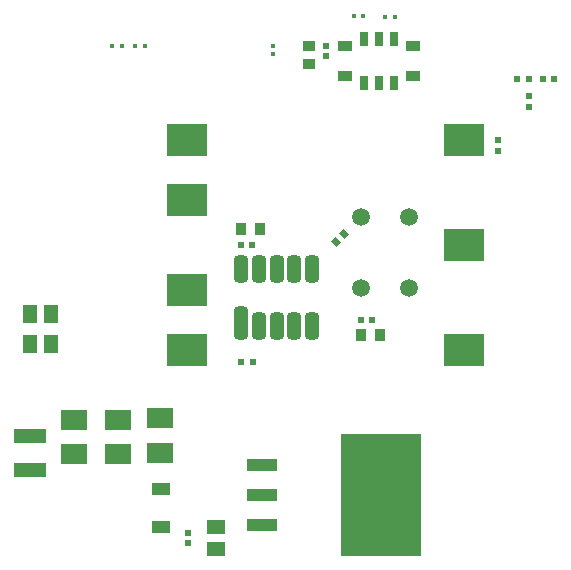
<source format=gtp>
G04*
G04 #@! TF.GenerationSoftware,Altium Limited,Altium Designer,24.4.1 (13)*
G04*
G04 Layer_Color=8421504*
%FSLAX44Y44*%
%MOMM*%
G71*
G04*
G04 #@! TF.SameCoordinates,AA0413A5-1E47-4C41-8310-78C86749A844*
G04*
G04*
G04 #@! TF.FilePolarity,Positive*
G04*
G01*
G75*
%ADD18R,0.5000X0.6000*%
%ADD19R,0.6000X0.5000*%
G04:AMPARAMS|DCode=20|XSize=0.5mm|YSize=0.6mm|CornerRadius=0mm|HoleSize=0mm|Usage=FLASHONLY|Rotation=225.000|XOffset=0mm|YOffset=0mm|HoleType=Round|Shape=Rectangle|*
%AMROTATEDRECTD20*
4,1,4,-0.0354,0.3889,0.3889,-0.0354,0.0354,-0.3889,-0.3889,0.0354,-0.0354,0.3889,0.0*
%
%ADD20ROTATEDRECTD20*%

%ADD21R,2.5500X1.0500*%
%ADD22R,6.9000X10.4500*%
%ADD23R,1.5000X1.0000*%
%ADD24R,0.4500X0.4500*%
%ADD25R,1.2500X0.8500*%
%ADD26R,0.6500X1.2500*%
G04:AMPARAMS|DCode=27|XSize=2.3mm|YSize=1.2mm|CornerRadius=0.36mm|HoleSize=0mm|Usage=FLASHONLY|Rotation=90.000|XOffset=0mm|YOffset=0mm|HoleType=Round|Shape=RoundedRectangle|*
%AMROUNDEDRECTD27*
21,1,2.3000,0.4800,0,0,90.0*
21,1,1.5800,1.2000,0,0,90.0*
1,1,0.7200,0.2400,0.7900*
1,1,0.7200,0.2400,-0.7900*
1,1,0.7200,-0.2400,-0.7900*
1,1,0.7200,-0.2400,0.7900*
%
%ADD27ROUNDEDRECTD27*%
G04:AMPARAMS|DCode=28|XSize=2.8mm|YSize=1.2mm|CornerRadius=0.36mm|HoleSize=0mm|Usage=FLASHONLY|Rotation=90.000|XOffset=0mm|YOffset=0mm|HoleType=Round|Shape=RoundedRectangle|*
%AMROUNDEDRECTD28*
21,1,2.8000,0.4800,0,0,90.0*
21,1,2.0800,1.2000,0,0,90.0*
1,1,0.7200,0.2400,1.0400*
1,1,0.7200,0.2400,-1.0400*
1,1,0.7200,-0.2400,-1.0400*
1,1,0.7200,-0.2400,1.0400*
%
%ADD28ROUNDEDRECTD28*%
%ADD29R,2.7000X1.1500*%
%ADD30R,3.4000X2.7000*%
%ADD31C,1.5000*%
%ADD32R,2.2300X1.8000*%
%ADD33R,1.6500X1.3000*%
%ADD34R,0.9500X1.0000*%
%ADD35R,1.0000X0.9500*%
%ADD36R,0.6200X0.6000*%
%ADD37R,1.3000X1.6500*%
%ADD38R,0.6000X0.6200*%
%ADD39R,0.5700X0.6200*%
%ADD40R,0.4200X0.4400*%
D18*
X456920Y435726D02*
D03*
X446920D02*
D03*
X468649Y435727D02*
D03*
X478649D02*
D03*
D19*
X457000Y421876D02*
D03*
Y411876D02*
D03*
D20*
X300391Y305142D02*
D03*
X293320Y298070D02*
D03*
D21*
X230693Y109489D02*
D03*
Y84089D02*
D03*
Y58689D02*
D03*
D22*
X331693Y84089D02*
D03*
D23*
X145500Y88750D02*
D03*
Y56750D02*
D03*
D24*
X308750Y489250D02*
D03*
X316750D02*
D03*
X343250Y488750D02*
D03*
X335250D02*
D03*
X112250Y463508D02*
D03*
X104250D02*
D03*
X123750D02*
D03*
X131750D02*
D03*
D25*
X301250Y464000D02*
D03*
Y438600D02*
D03*
X358750Y464000D02*
D03*
Y438600D02*
D03*
D26*
X342700Y470050D02*
D03*
X330000D02*
D03*
X317300D02*
D03*
X342700Y432550D02*
D03*
X330000D02*
D03*
X317300D02*
D03*
D27*
X273500Y274811D02*
D03*
Y226811D02*
D03*
X258500Y226811D02*
D03*
X243500Y226811D02*
D03*
X228500D02*
D03*
X258500Y274811D02*
D03*
X243500Y274811D02*
D03*
X213500D02*
D03*
X228500Y274811D02*
D03*
D28*
X213500Y229311D02*
D03*
D29*
X34250Y104750D02*
D03*
Y133750D02*
D03*
D30*
X167947Y257371D02*
D03*
Y333571D02*
D03*
X167947Y384471D02*
D03*
X401947D02*
D03*
Y206471D02*
D03*
X401947Y295471D02*
D03*
X167947Y206471D02*
D03*
D31*
X315250Y259250D02*
D03*
X315250Y319250D02*
D03*
X355250D02*
D03*
X355250Y259250D02*
D03*
D32*
X72000Y147450D02*
D03*
Y118250D02*
D03*
X109500Y147450D02*
D03*
Y118250D02*
D03*
X144750Y119650D02*
D03*
X144750Y148850D02*
D03*
D33*
X192250Y38250D02*
D03*
Y56250D02*
D03*
D34*
X315000Y218811D02*
D03*
X331000Y218811D02*
D03*
X213500Y309061D02*
D03*
X229500D02*
D03*
D35*
X271250Y448300D02*
D03*
Y464300D02*
D03*
D36*
X285250Y464250D02*
D03*
Y455050D02*
D03*
X168750Y42690D02*
D03*
Y51890D02*
D03*
X431167Y384149D02*
D03*
X431167Y374949D02*
D03*
D37*
X34250Y237000D02*
D03*
X52250D02*
D03*
X34250Y211750D02*
D03*
X52250D02*
D03*
D38*
X213500Y295561D02*
D03*
X222700D02*
D03*
X315226Y232063D02*
D03*
X324426Y232063D02*
D03*
D39*
X213500Y196772D02*
D03*
X223100D02*
D03*
D40*
X240792Y457200D02*
D03*
Y464000D02*
D03*
M02*

</source>
